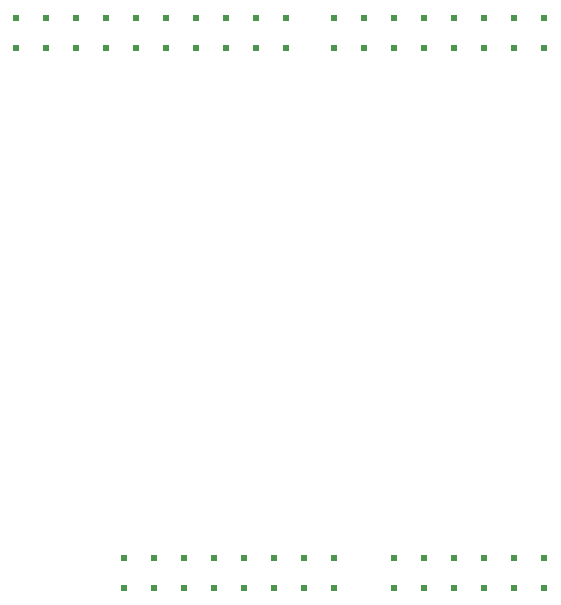
<source format=gbr>
G04 DipTrace 2.4.0.2*
%INTopAssy.gbr*%
%MOIN*%
%FSLAX44Y44*%
G04*
G70*
G90*
G75*
G01*
%LNTopAssy*%
%LPD*%
G36*
X21540Y5040D2*
X21341D1*
Y4840D1*
X21540D1*
Y5040D1*
G37*
G36*
X20540D2*
X20340D1*
Y4840D1*
X20540D1*
Y5040D1*
G37*
G36*
X19540D2*
X19340D1*
Y4840D1*
X19540D1*
Y5040D1*
G37*
G36*
X18540D2*
X18341D1*
Y4840D1*
X18540D1*
Y5040D1*
G37*
G36*
X17540D2*
X17340D1*
Y4840D1*
X17540D1*
Y5040D1*
G37*
G36*
X22540D2*
X22340D1*
Y4840D1*
X22540D1*
Y5040D1*
G37*
G36*
X16340Y23840D2*
X16540D1*
Y24040D1*
X16340D1*
Y23840D1*
G37*
G36*
X17340D2*
X17540D1*
Y24040D1*
X17340D1*
Y23840D1*
G37*
G36*
X18340D2*
X18540D1*
Y24040D1*
X18340D1*
Y23840D1*
G37*
G36*
X19340D2*
X19540D1*
Y24040D1*
X19340D1*
Y23840D1*
G37*
G36*
X20340D2*
X20540D1*
Y24040D1*
X20340D1*
Y23840D1*
G37*
G36*
X21340D2*
X21540D1*
Y24040D1*
X21340D1*
Y23840D1*
G37*
G36*
X22340D2*
X22540D1*
Y24040D1*
X22340D1*
Y23840D1*
G37*
G36*
X15340D2*
X15540D1*
Y24040D1*
X15340D1*
Y23840D1*
G37*
G36*
X14540Y5040D2*
X14340D1*
Y4840D1*
X14540D1*
Y5040D1*
G37*
G36*
X13540D2*
X13340D1*
Y4840D1*
X13540D1*
Y5040D1*
G37*
G36*
X12540D2*
X12340D1*
Y4840D1*
X12540D1*
Y5040D1*
G37*
G36*
X11540D2*
X11340D1*
Y4840D1*
X11540D1*
Y5040D1*
G37*
G36*
X10540D2*
X10340D1*
Y4840D1*
X10540D1*
Y5040D1*
G37*
G36*
X9540D2*
X9340D1*
Y4840D1*
X9540D1*
Y5040D1*
G37*
G36*
X8540D2*
X8340D1*
Y4840D1*
X8540D1*
Y5040D1*
G37*
G36*
X15540D2*
X15340D1*
Y4840D1*
X15540D1*
Y5040D1*
G37*
G36*
X5740Y23840D2*
X5940D1*
Y24040D1*
X5740D1*
Y23840D1*
G37*
G36*
X6740D2*
X6940D1*
Y24040D1*
X6740D1*
Y23840D1*
G37*
G36*
X7740D2*
X7940D1*
Y24040D1*
X7740D1*
Y23840D1*
G37*
G36*
X8740D2*
X8940D1*
Y24040D1*
X8740D1*
Y23840D1*
G37*
G36*
X9740D2*
X9940D1*
Y24040D1*
X9740D1*
Y23840D1*
G37*
G36*
X10740D2*
X10940D1*
Y24040D1*
X10740D1*
Y23840D1*
G37*
G36*
X11740D2*
X11940D1*
Y24040D1*
X11740D1*
Y23840D1*
G37*
G36*
X12740D2*
X12940D1*
Y24040D1*
X12740D1*
Y23840D1*
G37*
G36*
X13740D2*
X13940D1*
Y24040D1*
X13740D1*
Y23840D1*
G37*
G36*
X4740D2*
X4940D1*
Y24040D1*
X4740D1*
Y23840D1*
G37*
G36*
X5740Y22840D2*
X5940D1*
Y23040D1*
X5740D1*
Y22840D1*
G37*
G36*
X6740D2*
X6940D1*
Y23040D1*
X6740D1*
Y22840D1*
G37*
G36*
X7740D2*
X7940D1*
Y23040D1*
X7740D1*
Y22840D1*
G37*
G36*
X8740D2*
X8940D1*
Y23040D1*
X8740D1*
Y22840D1*
G37*
G36*
X9740D2*
X9940D1*
Y23040D1*
X9740D1*
Y22840D1*
G37*
G36*
X10740D2*
X10940D1*
Y23040D1*
X10740D1*
Y22840D1*
G37*
G36*
X11740D2*
X11940D1*
Y23040D1*
X11740D1*
Y22840D1*
G37*
G36*
X12740D2*
X12940D1*
Y23040D1*
X12740D1*
Y22840D1*
G37*
G36*
X13740D2*
X13940D1*
Y23040D1*
X13740D1*
Y22840D1*
G37*
G36*
X4740D2*
X4940D1*
Y23040D1*
X4740D1*
Y22840D1*
G37*
G36*
X16340D2*
X16540D1*
Y23040D1*
X16340D1*
Y22840D1*
G37*
G36*
X17340D2*
X17540D1*
Y23040D1*
X17340D1*
Y22840D1*
G37*
G36*
X18340D2*
X18540D1*
Y23040D1*
X18340D1*
Y22840D1*
G37*
G36*
X19340D2*
X19540D1*
Y23040D1*
X19340D1*
Y22840D1*
G37*
G36*
X20340D2*
X20540D1*
Y23040D1*
X20340D1*
Y22840D1*
G37*
G36*
X21340D2*
X21540D1*
Y23040D1*
X21340D1*
Y22840D1*
G37*
G36*
X22340D2*
X22540D1*
Y23040D1*
X22340D1*
Y22840D1*
G37*
G36*
X15340D2*
X15540D1*
Y23040D1*
X15340D1*
Y22840D1*
G37*
G36*
X21540Y6040D2*
X21341D1*
Y5840D1*
X21540D1*
Y6040D1*
G37*
G36*
X20540D2*
X20340D1*
Y5840D1*
X20540D1*
Y6040D1*
G37*
G36*
X19540D2*
X19340D1*
Y5840D1*
X19540D1*
Y6040D1*
G37*
G36*
X18540D2*
X18341D1*
Y5840D1*
X18540D1*
Y6040D1*
G37*
G36*
X17540D2*
X17340D1*
Y5840D1*
X17540D1*
Y6040D1*
G37*
G36*
X22540D2*
X22340D1*
Y5840D1*
X22540D1*
Y6040D1*
G37*
G36*
X14540D2*
X14340D1*
Y5840D1*
X14540D1*
Y6040D1*
G37*
G36*
X13540D2*
X13340D1*
Y5840D1*
X13540D1*
Y6040D1*
G37*
G36*
X12540D2*
X12340D1*
Y5840D1*
X12540D1*
Y6040D1*
G37*
G36*
X11540D2*
X11340D1*
Y5840D1*
X11540D1*
Y6040D1*
G37*
G36*
X10540D2*
X10340D1*
Y5840D1*
X10540D1*
Y6040D1*
G37*
G36*
X9540D2*
X9340D1*
Y5840D1*
X9540D1*
Y6040D1*
G37*
G36*
X8540D2*
X8340D1*
Y5840D1*
X8540D1*
Y6040D1*
G37*
G36*
X15540D2*
X15340D1*
Y5840D1*
X15540D1*
Y6040D1*
G37*
M02*

</source>
